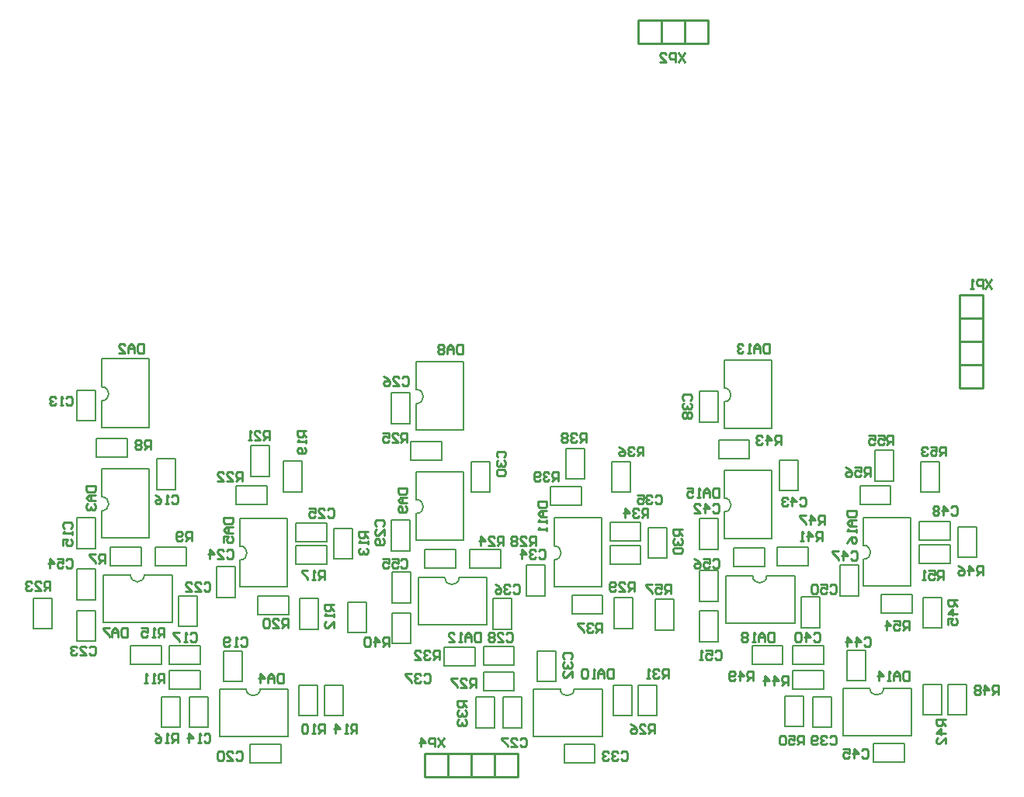
<source format=gbo>
G04 Layer_Color=32896*
%FSAX44Y44*%
%MOMM*%
G71*
G01*
G75*
%ADD24C,0.2500*%
%ADD25C,0.2000*%
%ADD26C,0.2540*%
D24*
X00868335Y00323331D02*
X00870002Y00324997D01*
X00873334D01*
X00875000Y00323331D01*
Y00316666D01*
X00873334Y00315000D01*
X00870002D01*
X00868335Y00316666D01*
X00858339Y00324997D02*
X00865003D01*
Y00319998D01*
X00861671Y00321665D01*
X00860005D01*
X00858339Y00319998D01*
Y00316666D01*
X00860005Y00315000D01*
X00863337D01*
X00865003Y00316666D01*
X00848342Y00324997D02*
X00851674Y00323331D01*
X00855006Y00319998D01*
Y00316666D01*
X00853340Y00315000D01*
X00850008D01*
X00848342Y00316666D01*
Y00318332D01*
X00850008Y00319998D01*
X00855006D01*
X00528335Y00323331D02*
X00530002Y00324997D01*
X00533334D01*
X00535000Y00323331D01*
Y00316666D01*
X00533334Y00315000D01*
X00530002D01*
X00528335Y00316666D01*
X00518339Y00324997D02*
X00525003D01*
Y00319998D01*
X00521671Y00321665D01*
X00520005D01*
X00518339Y00319998D01*
Y00316666D01*
X00520005Y00315000D01*
X00523337D01*
X00525003Y00316666D01*
X00508342Y00324997D02*
X00515006D01*
Y00319998D01*
X00511674Y00321665D01*
X00510008D01*
X00508342Y00319998D01*
Y00316666D01*
X00510008Y00315000D01*
X00513340D01*
X00515006Y00316666D01*
X00163335Y00323331D02*
X00165002Y00324997D01*
X00168334D01*
X00170000Y00323331D01*
Y00316666D01*
X00168334Y00315000D01*
X00165002D01*
X00163335Y00316666D01*
X00153339Y00324997D02*
X00160003D01*
Y00319998D01*
X00156671Y00321665D01*
X00155005D01*
X00153339Y00319998D01*
Y00316666D01*
X00155005Y00315000D01*
X00158337D01*
X00160003Y00316666D01*
X00145008Y00315000D02*
Y00324997D01*
X00150006Y00319998D01*
X00143342D01*
X00575000Y00129997D02*
X00568335Y00120000D01*
Y00129997D02*
X00575000Y00120000D01*
X00565003D02*
Y00129997D01*
X00560005D01*
X00558339Y00128331D01*
Y00124998D01*
X00560005Y00123332D01*
X00565003D01*
X00550008Y00120000D02*
Y00129997D01*
X00555006Y00124998D01*
X00548342D01*
X00837500Y00877497D02*
X00830835Y00867500D01*
Y00877497D02*
X00837500Y00867500D01*
X00827503D02*
Y00877497D01*
X00822505D01*
X00820839Y00875831D01*
Y00872498D01*
X00822505Y00870832D01*
X00827503D01*
X00810842Y00867500D02*
X00817506D01*
X00810842Y00874165D01*
Y00875831D01*
X00812508Y00877497D01*
X00815840D01*
X00817506Y00875831D01*
X01172500Y00629997D02*
X01165835Y00620000D01*
Y00629997D02*
X01172500Y00620000D01*
X01162503D02*
Y00629997D01*
X01157505D01*
X01155839Y00628331D01*
Y00624998D01*
X01157505Y00623332D01*
X01162503D01*
X01152506Y00620000D02*
X01149174D01*
X01150840D01*
Y00629997D01*
X01152506Y00628331D01*
X00822500Y00287500D02*
Y00297497D01*
X00817502D01*
X00815835Y00295831D01*
Y00292498D01*
X00817502Y00290832D01*
X00822500D01*
X00819168D02*
X00815835Y00287500D01*
X00805839Y00297497D02*
X00812503D01*
Y00292498D01*
X00809171Y00294165D01*
X00807505D01*
X00805839Y00292498D01*
Y00289166D01*
X00807505Y00287500D01*
X00810837D01*
X00812503Y00289166D01*
X00802506Y00297497D02*
X00795842D01*
Y00295831D01*
X00802506Y00289166D01*
Y00287500D01*
X01040000Y00415000D02*
Y00424997D01*
X01035002D01*
X01033335Y00423331D01*
Y00419998D01*
X01035002Y00418332D01*
X01040000D01*
X01036668D02*
X01033335Y00415000D01*
X01023339Y00424997D02*
X01030003D01*
Y00419998D01*
X01026671Y00421665D01*
X01025005D01*
X01023339Y00419998D01*
Y00416666D01*
X01025005Y00415000D01*
X01028337D01*
X01030003Y00416666D01*
X01013342Y00424997D02*
X01016674Y00423331D01*
X01020006Y00419998D01*
Y00416666D01*
X01018340Y00415000D01*
X01015008D01*
X01013342Y00416666D01*
Y00418332D01*
X01015008Y00419998D01*
X01020006D01*
X01065000Y00450000D02*
Y00459997D01*
X01060002D01*
X01058335Y00458331D01*
Y00454998D01*
X01060002Y00453332D01*
X01065000D01*
X01061668D02*
X01058335Y00450000D01*
X01048339Y00459997D02*
X01055003D01*
Y00454998D01*
X01051671Y00456665D01*
X01050005D01*
X01048339Y00454998D01*
Y00451666D01*
X01050005Y00450000D01*
X01053337D01*
X01055003Y00451666D01*
X01038342Y00459997D02*
X01045006D01*
Y00454998D01*
X01041674Y00456665D01*
X01040008D01*
X01038342Y00454998D01*
Y00451666D01*
X01040008Y00450000D01*
X01043340D01*
X01045006Y00451666D01*
X01082500Y00247500D02*
Y00257497D01*
X01077502D01*
X01075835Y00255831D01*
Y00252498D01*
X01077502Y00250832D01*
X01082500D01*
X01079168D02*
X01075835Y00247500D01*
X01065839Y00257497D02*
X01072503D01*
Y00252498D01*
X01069171Y00254165D01*
X01067505D01*
X01065839Y00252498D01*
Y00249166D01*
X01067505Y00247500D01*
X01070837D01*
X01072503Y00249166D01*
X01057508Y00247500D02*
Y00257497D01*
X01062506Y00252498D01*
X01055842D01*
X01122500Y00437500D02*
Y00447497D01*
X01117502D01*
X01115835Y00445831D01*
Y00442498D01*
X01117502Y00440832D01*
X01122500D01*
X01119168D02*
X01115835Y00437500D01*
X01105839Y00447497D02*
X01112503D01*
Y00442498D01*
X01109171Y00444165D01*
X01107505D01*
X01105839Y00442498D01*
Y00439166D01*
X01107505Y00437500D01*
X01110837D01*
X01112503Y00439166D01*
X01102506Y00445831D02*
X01100840Y00447497D01*
X01097508D01*
X01095842Y00445831D01*
Y00444165D01*
X01097508Y00442498D01*
X01099174D01*
X01097508D01*
X01095842Y00440832D01*
Y00439166D01*
X01097508Y00437500D01*
X01100840D01*
X01102506Y00439166D01*
X01120000Y00302500D02*
Y00312497D01*
X01115002D01*
X01113335Y00310831D01*
Y00307498D01*
X01115002Y00305832D01*
X01120000D01*
X01116668D02*
X01113335Y00302500D01*
X01103339Y00312497D02*
X01110003D01*
Y00307498D01*
X01106671Y00309165D01*
X01105005D01*
X01103339Y00307498D01*
Y00304166D01*
X01105005Y00302500D01*
X01108337D01*
X01110003Y00304166D01*
X01100006Y00302500D02*
X01096674D01*
X01098340D01*
Y00312497D01*
X01100006Y00310831D01*
X00967500Y00122500D02*
Y00132497D01*
X00962502D01*
X00960835Y00130831D01*
Y00127498D01*
X00962502Y00125832D01*
X00967500D01*
X00964168D02*
X00960835Y00122500D01*
X00950839Y00132497D02*
X00957503D01*
Y00127498D01*
X00954171Y00129164D01*
X00952505D01*
X00950839Y00127498D01*
Y00124166D01*
X00952505Y00122500D01*
X00955837D01*
X00957503Y00124166D01*
X00947506Y00130831D02*
X00945840Y00132497D01*
X00942508D01*
X00940842Y00130831D01*
Y00124166D01*
X00942508Y00122500D01*
X00945840D01*
X00947506Y00124166D01*
Y00130831D01*
X00912500Y00192500D02*
Y00202497D01*
X00907502D01*
X00905835Y00200831D01*
Y00197498D01*
X00907502Y00195832D01*
X00912500D01*
X00909168D02*
X00905835Y00192500D01*
X00897505D02*
Y00202497D01*
X00902503Y00197498D01*
X00895839D01*
X00892506Y00194166D02*
X00890840Y00192500D01*
X00887508D01*
X00885842Y00194166D01*
Y00200831D01*
X00887508Y00202497D01*
X00890840D01*
X00892506Y00200831D01*
Y00199165D01*
X00890840Y00197498D01*
X00885842D01*
X01180000Y00177500D02*
Y00187497D01*
X01175002D01*
X01173335Y00185831D01*
Y00182498D01*
X01175002Y00180832D01*
X01180000D01*
X01176668D02*
X01173335Y00177500D01*
X01165005D02*
Y00187497D01*
X01170003Y00182498D01*
X01163339D01*
X01160006Y00185831D02*
X01158340Y00187497D01*
X01155008D01*
X01153342Y00185831D01*
Y00184165D01*
X01155008Y00182498D01*
X01153342Y00180832D01*
Y00179166D01*
X01155008Y00177500D01*
X01158340D01*
X01160006Y00179166D01*
Y00180832D01*
X01158340Y00182498D01*
X01160006Y00184165D01*
Y00185831D01*
X01158340Y00182498D02*
X01155008D01*
X00990000Y00362500D02*
Y00372497D01*
X00985002D01*
X00983335Y00370831D01*
Y00367498D01*
X00985002Y00365832D01*
X00990000D01*
X00986668D02*
X00983335Y00362500D01*
X00975005D02*
Y00372497D01*
X00980003Y00367498D01*
X00973339D01*
X00970006Y00372497D02*
X00963342D01*
Y00370831D01*
X00970006Y00364166D01*
Y00362500D01*
X01162500Y00307500D02*
Y00317497D01*
X01157502D01*
X01155835Y00315831D01*
Y00312498D01*
X01157502Y00310832D01*
X01162500D01*
X01159168D02*
X01155835Y00307500D01*
X01147505D02*
Y00317497D01*
X01152503Y00312498D01*
X01145839D01*
X01135842Y00317497D02*
X01139174Y00315831D01*
X01142506Y00312498D01*
Y00309166D01*
X01140840Y00307500D01*
X01137508D01*
X01135842Y00309166D01*
Y00310832D01*
X01137508Y00312498D01*
X01142506D01*
X01135000Y00280000D02*
X01125003D01*
Y00275002D01*
X01126669Y00273335D01*
X01130002D01*
X01131668Y00275002D01*
Y00280000D01*
Y00276668D02*
X01135000Y00273335D01*
Y00265005D02*
X01125003D01*
X01130002Y00270003D01*
Y00263339D01*
X01125003Y00253342D02*
Y00260006D01*
X01130002D01*
X01128335Y00256674D01*
Y00255008D01*
X01130002Y00253342D01*
X01133334D01*
X01135000Y00255008D01*
Y00258340D01*
X01133334Y00260006D01*
X00950000Y00187500D02*
Y00197497D01*
X00945002D01*
X00943335Y00195831D01*
Y00192498D01*
X00945002Y00190832D01*
X00950000D01*
X00946668D02*
X00943335Y00187500D01*
X00935005D02*
Y00197497D01*
X00940003Y00192498D01*
X00933339D01*
X00925008Y00187500D02*
Y00197497D01*
X00930006Y00192498D01*
X00923342D01*
X00942500Y00450000D02*
Y00459997D01*
X00937502D01*
X00935835Y00458331D01*
Y00454998D01*
X00937502Y00453332D01*
X00942500D01*
X00939168D02*
X00935835Y00450000D01*
X00927505D02*
Y00459997D01*
X00932503Y00454998D01*
X00925839D01*
X00922506Y00458331D02*
X00920840Y00459997D01*
X00917508D01*
X00915842Y00458331D01*
Y00456665D01*
X00917508Y00454998D01*
X00919174D01*
X00917508D01*
X00915842Y00453332D01*
Y00451666D01*
X00917508Y00450000D01*
X00920840D01*
X00922506Y00451666D01*
X01122500Y00150000D02*
X01112503D01*
Y00145002D01*
X01114169Y00143336D01*
X01117502D01*
X01119168Y00145002D01*
Y00150000D01*
Y00146668D02*
X01122500Y00143336D01*
Y00135005D02*
X01112503D01*
X01117502Y00140003D01*
Y00133339D01*
X01122500Y00123342D02*
Y00130006D01*
X01115835Y00123342D01*
X01114169D01*
X01112503Y00125008D01*
Y00128340D01*
X01114169Y00130006D01*
X00987500Y00345000D02*
Y00354997D01*
X00982502D01*
X00980835Y00353331D01*
Y00349998D01*
X00982502Y00348332D01*
X00987500D01*
X00984168D02*
X00980835Y00345000D01*
X00972505D02*
Y00354997D01*
X00977503Y00349998D01*
X00970839D01*
X00967506Y00345000D02*
X00964174D01*
X00965840D01*
Y00354997D01*
X00967506Y00353331D01*
X00515000Y00230000D02*
Y00239997D01*
X00510002D01*
X00508335Y00238331D01*
Y00234998D01*
X00510002Y00233332D01*
X00515000D01*
X00511668D02*
X00508335Y00230000D01*
X00500005D02*
Y00239997D01*
X00505003Y00234998D01*
X00498339D01*
X00495006Y00238331D02*
X00493340Y00239997D01*
X00490008D01*
X00488342Y00238331D01*
Y00231666D01*
X00490008Y00230000D01*
X00493340D01*
X00495006Y00231666D01*
Y00238331D01*
X00700000Y00410000D02*
Y00419997D01*
X00695002D01*
X00693335Y00418331D01*
Y00414998D01*
X00695002Y00413332D01*
X00700000D01*
X00696668D02*
X00693335Y00410000D01*
X00690003Y00418331D02*
X00688337Y00419997D01*
X00685005D01*
X00683339Y00418331D01*
Y00416665D01*
X00685005Y00414998D01*
X00686671D01*
X00685005D01*
X00683339Y00413332D01*
Y00411666D01*
X00685005Y00410000D01*
X00688337D01*
X00690003Y00411666D01*
X00680006D02*
X00678340Y00410000D01*
X00675008D01*
X00673342Y00411666D01*
Y00418331D01*
X00675008Y00419997D01*
X00678340D01*
X00680006Y00418331D01*
Y00416665D01*
X00678340Y00414998D01*
X00673342D01*
X00730000Y00452500D02*
Y00462497D01*
X00725002D01*
X00723335Y00460831D01*
Y00457498D01*
X00725002Y00455832D01*
X00730000D01*
X00726668D02*
X00723335Y00452500D01*
X00720003Y00460831D02*
X00718337Y00462497D01*
X00715005D01*
X00713339Y00460831D01*
Y00459165D01*
X00715005Y00457498D01*
X00716671D01*
X00715005D01*
X00713339Y00455832D01*
Y00454166D01*
X00715005Y00452500D01*
X00718337D01*
X00720003Y00454166D01*
X00710006Y00460831D02*
X00708340Y00462497D01*
X00705008D01*
X00703342Y00460831D01*
Y00459165D01*
X00705008Y00457498D01*
X00703342Y00455832D01*
Y00454166D01*
X00705008Y00452500D01*
X00708340D01*
X00710006Y00454166D01*
Y00455832D01*
X00708340Y00457498D01*
X00710006Y00459165D01*
Y00460831D01*
X00708340Y00457498D02*
X00705008D01*
X00747500Y00245000D02*
Y00254997D01*
X00742502D01*
X00740835Y00253331D01*
Y00249998D01*
X00742502Y00248332D01*
X00747500D01*
X00744168D02*
X00740835Y00245000D01*
X00737503Y00253331D02*
X00735837Y00254997D01*
X00732505D01*
X00730839Y00253331D01*
Y00251665D01*
X00732505Y00249998D01*
X00734171D01*
X00732505D01*
X00730839Y00248332D01*
Y00246666D01*
X00732505Y00245000D01*
X00735837D01*
X00737503Y00246666D01*
X00727506Y00254997D02*
X00720842D01*
Y00253331D01*
X00727506Y00246666D01*
Y00245000D01*
X00792500Y00437500D02*
Y00447497D01*
X00787502D01*
X00785835Y00445831D01*
Y00442498D01*
X00787502Y00440832D01*
X00792500D01*
X00789168D02*
X00785835Y00437500D01*
X00782503Y00445831D02*
X00780837Y00447497D01*
X00777505D01*
X00775839Y00445831D01*
Y00444165D01*
X00777505Y00442498D01*
X00779171D01*
X00777505D01*
X00775839Y00440832D01*
Y00439166D01*
X00777505Y00437500D01*
X00780837D01*
X00782503Y00439166D01*
X00765842Y00447497D02*
X00769174Y00445831D01*
X00772506Y00442498D01*
Y00439166D01*
X00770840Y00437500D01*
X00767508D01*
X00765842Y00439166D01*
Y00440832D01*
X00767508Y00442498D01*
X00772506D01*
X00797500Y00370000D02*
Y00379997D01*
X00792502D01*
X00790835Y00378331D01*
Y00374998D01*
X00792502Y00373332D01*
X00797500D01*
X00794168D02*
X00790835Y00370000D01*
X00787503Y00378331D02*
X00785837Y00379997D01*
X00782505D01*
X00780839Y00378331D01*
Y00376665D01*
X00782505Y00374998D01*
X00784171D01*
X00782505D01*
X00780839Y00373332D01*
Y00371666D01*
X00782505Y00370000D01*
X00785837D01*
X00787503Y00371666D01*
X00772508Y00370000D02*
Y00379997D01*
X00777506Y00374998D01*
X00770842D01*
X00600000Y00170000D02*
X00590003D01*
Y00165002D01*
X00591669Y00163335D01*
X00595002D01*
X00596668Y00165002D01*
Y00170000D01*
Y00166668D02*
X00600000Y00163335D01*
X00591669Y00160003D02*
X00590003Y00158337D01*
Y00155005D01*
X00591669Y00153339D01*
X00593335D01*
X00595002Y00155005D01*
Y00156671D01*
Y00155005D01*
X00596668Y00153339D01*
X00598334D01*
X00600000Y00155005D01*
Y00158337D01*
X00598334Y00160003D01*
X00591669Y00150006D02*
X00590003Y00148340D01*
Y00145008D01*
X00591669Y00143342D01*
X00593335D01*
X00595002Y00145008D01*
Y00146674D01*
Y00145008D01*
X00596668Y00143342D01*
X00598334D01*
X00600000Y00145008D01*
Y00148340D01*
X00598334Y00150006D01*
X00570000Y00215000D02*
Y00224997D01*
X00565002D01*
X00563335Y00223331D01*
Y00219998D01*
X00565002Y00218332D01*
X00570000D01*
X00566668D02*
X00563335Y00215000D01*
X00560003Y00223331D02*
X00558337Y00224997D01*
X00555005D01*
X00553339Y00223331D01*
Y00221665D01*
X00555005Y00219998D01*
X00556671D01*
X00555005D01*
X00553339Y00218332D01*
Y00216666D01*
X00555005Y00215000D01*
X00558337D01*
X00560003Y00216666D01*
X00543342Y00215000D02*
X00550006D01*
X00543342Y00221665D01*
Y00223331D01*
X00545008Y00224997D01*
X00548340D01*
X00550006Y00223331D01*
X00820000Y00195000D02*
Y00204997D01*
X00815002D01*
X00813335Y00203331D01*
Y00199998D01*
X00815002Y00198332D01*
X00820000D01*
X00816668D02*
X00813335Y00195000D01*
X00810003Y00203331D02*
X00808337Y00204997D01*
X00805005D01*
X00803339Y00203331D01*
Y00201665D01*
X00805005Y00199998D01*
X00806671D01*
X00805005D01*
X00803339Y00198332D01*
Y00196666D01*
X00805005Y00195000D01*
X00808337D01*
X00810003Y00196666D01*
X00800006Y00195000D02*
X00796674D01*
X00798340D01*
Y00204997D01*
X00800006Y00203331D01*
X00835000Y00357500D02*
X00825003D01*
Y00352502D01*
X00826669Y00350835D01*
X00830002D01*
X00831668Y00352502D01*
Y00357500D01*
Y00354168D02*
X00835000Y00350835D01*
X00826669Y00347503D02*
X00825003Y00345837D01*
Y00342505D01*
X00826669Y00340839D01*
X00828335D01*
X00830002Y00342505D01*
Y00344171D01*
Y00342505D01*
X00831668Y00340839D01*
X00833334D01*
X00835000Y00342505D01*
Y00345837D01*
X00833334Y00347503D01*
X00826669Y00337506D02*
X00825003Y00335840D01*
Y00332508D01*
X00826669Y00330842D01*
X00833334D01*
X00835000Y00332508D01*
Y00335840D01*
X00833334Y00337506D01*
X00826669D01*
X00782500Y00290000D02*
Y00299997D01*
X00777502D01*
X00775835Y00298331D01*
Y00294998D01*
X00777502Y00293332D01*
X00782500D01*
X00779168D02*
X00775835Y00290000D01*
X00765839D02*
X00772503D01*
X00765839Y00296665D01*
Y00298331D01*
X00767505Y00299997D01*
X00770837D01*
X00772503Y00298331D01*
X00762506Y00291666D02*
X00760840Y00290000D01*
X00757508D01*
X00755842Y00291666D01*
Y00298331D01*
X00757508Y00299997D01*
X00760840D01*
X00762506Y00298331D01*
Y00296665D01*
X00760840Y00294998D01*
X00755842D01*
X00675000Y00340000D02*
Y00349997D01*
X00670002D01*
X00668335Y00348331D01*
Y00344998D01*
X00670002Y00343332D01*
X00675000D01*
X00671668D02*
X00668335Y00340000D01*
X00658339D02*
X00665003D01*
X00658339Y00346665D01*
Y00348331D01*
X00660005Y00349997D01*
X00663337D01*
X00665003Y00348331D01*
X00655006D02*
X00653340Y00349997D01*
X00650008D01*
X00648342Y00348331D01*
Y00346665D01*
X00650008Y00344998D01*
X00648342Y00343332D01*
Y00341666D01*
X00650008Y00340000D01*
X00653340D01*
X00655006Y00341666D01*
Y00343332D01*
X00653340Y00344998D01*
X00655006Y00346665D01*
Y00348331D01*
X00653340Y00344998D02*
X00650008D01*
X00610000Y00185000D02*
Y00194997D01*
X00605002D01*
X00603335Y00193331D01*
Y00189998D01*
X00605002Y00188332D01*
X00610000D01*
X00606668D02*
X00603335Y00185000D01*
X00593339D02*
X00600003D01*
X00593339Y00191665D01*
Y00193331D01*
X00595005Y00194997D01*
X00598337D01*
X00600003Y00193331D01*
X00590006Y00194997D02*
X00583342D01*
Y00193331D01*
X00590006Y00186666D01*
Y00185000D01*
X00805000Y00135000D02*
Y00144997D01*
X00800002D01*
X00798335Y00143331D01*
Y00139998D01*
X00800002Y00138332D01*
X00805000D01*
X00801668D02*
X00798335Y00135000D01*
X00788339D02*
X00795003D01*
X00788339Y00141664D01*
Y00143331D01*
X00790005Y00144997D01*
X00793337D01*
X00795003Y00143331D01*
X00778342Y00144997D02*
X00781674Y00143331D01*
X00785006Y00139998D01*
Y00136666D01*
X00783340Y00135000D01*
X00780008D01*
X00778342Y00136666D01*
Y00138332D01*
X00780008Y00139998D01*
X00785006D01*
X00535000Y00452500D02*
Y00462497D01*
X00530002D01*
X00528335Y00460831D01*
Y00457498D01*
X00530002Y00455832D01*
X00535000D01*
X00531668D02*
X00528335Y00452500D01*
X00518339D02*
X00525003D01*
X00518339Y00459165D01*
Y00460831D01*
X00520005Y00462497D01*
X00523337D01*
X00525003Y00460831D01*
X00508342Y00462497D02*
X00515006D01*
Y00457498D01*
X00511674Y00459165D01*
X00510008D01*
X00508342Y00457498D01*
Y00454166D01*
X00510008Y00452500D01*
X00513340D01*
X00515006Y00454166D01*
X00640000Y00340000D02*
Y00349997D01*
X00635002D01*
X00633335Y00348331D01*
Y00344998D01*
X00635002Y00343332D01*
X00640000D01*
X00636668D02*
X00633335Y00340000D01*
X00623339D02*
X00630003D01*
X00623339Y00346665D01*
Y00348331D01*
X00625005Y00349997D01*
X00628337D01*
X00630003Y00348331D01*
X00615008Y00340000D02*
Y00349997D01*
X00620006Y00344998D01*
X00613342D01*
X00145542Y00290576D02*
Y00300573D01*
X00140544D01*
X00138877Y00298907D01*
Y00295574D01*
X00140544Y00293908D01*
X00145542D01*
X00142210D02*
X00138877Y00290576D01*
X00128881D02*
X00135545D01*
X00128881Y00297241D01*
Y00298907D01*
X00130547Y00300573D01*
X00133879D01*
X00135545Y00298907D01*
X00125548D02*
X00123882Y00300573D01*
X00120550D01*
X00118884Y00298907D01*
Y00297241D01*
X00120550Y00295574D01*
X00122216D01*
X00120550D01*
X00118884Y00293908D01*
Y00292242D01*
X00120550Y00290576D01*
X00123882D01*
X00125548Y00292242D01*
X00355000Y00410000D02*
Y00419997D01*
X00350002D01*
X00348335Y00418331D01*
Y00414998D01*
X00350002Y00413332D01*
X00355000D01*
X00351668D02*
X00348335Y00410000D01*
X00338339D02*
X00345003D01*
X00338339Y00416665D01*
Y00418331D01*
X00340005Y00419997D01*
X00343337D01*
X00345003Y00418331D01*
X00328342Y00410000D02*
X00335006D01*
X00328342Y00416665D01*
Y00418331D01*
X00330008Y00419997D01*
X00333340D01*
X00335006Y00418331D01*
X00385000Y00455000D02*
Y00464997D01*
X00380002D01*
X00378335Y00463331D01*
Y00459998D01*
X00380002Y00458332D01*
X00385000D01*
X00381668D02*
X00378335Y00455000D01*
X00368339D02*
X00375003D01*
X00368339Y00461665D01*
Y00463331D01*
X00370005Y00464997D01*
X00373337D01*
X00375003Y00463331D01*
X00365006Y00455000D02*
X00361674D01*
X00363340D01*
Y00464997D01*
X00365006Y00463331D01*
X00405000Y00250000D02*
Y00259997D01*
X00400002D01*
X00398335Y00258331D01*
Y00254998D01*
X00400002Y00253332D01*
X00405000D01*
X00401668D02*
X00398335Y00250000D01*
X00388339D02*
X00395003D01*
X00388339Y00256665D01*
Y00258331D01*
X00390005Y00259997D01*
X00393337D01*
X00395003Y00258331D01*
X00385006D02*
X00383340Y00259997D01*
X00380008D01*
X00378342Y00258331D01*
Y00251666D01*
X00380008Y00250000D01*
X00383340D01*
X00385006Y00251666D01*
Y00258331D01*
X00425000Y00465000D02*
X00415003D01*
Y00460002D01*
X00416669Y00458335D01*
X00420002D01*
X00421668Y00460002D01*
Y00465000D01*
Y00461668D02*
X00425000Y00458335D01*
Y00455003D02*
Y00451671D01*
Y00453337D01*
X00415003D01*
X00416669Y00455003D01*
X00423334Y00446673D02*
X00425000Y00445006D01*
Y00441674D01*
X00423334Y00440008D01*
X00416669D01*
X00415003Y00441674D01*
Y00445006D01*
X00416669Y00446673D01*
X00418335D01*
X00420002Y00445006D01*
Y00440008D01*
X00445000Y00302500D02*
Y00312497D01*
X00440002D01*
X00438335Y00310831D01*
Y00307498D01*
X00440002Y00305832D01*
X00445000D01*
X00441668D02*
X00438335Y00302500D01*
X00435003D02*
X00431671D01*
X00433337D01*
Y00312497D01*
X00435003Y00310831D01*
X00426673Y00312497D02*
X00420008D01*
Y00310831D01*
X00426673Y00304166D01*
Y00302500D01*
X00285000Y00125000D02*
Y00134997D01*
X00280002D01*
X00278335Y00133331D01*
Y00129998D01*
X00280002Y00128332D01*
X00285000D01*
X00281668D02*
X00278335Y00125000D01*
X00275003D02*
X00271671D01*
X00273337D01*
Y00134997D01*
X00275003Y00133331D01*
X00260008Y00134997D02*
X00263340Y00133331D01*
X00266673Y00129998D01*
Y00126666D01*
X00265006Y00125000D01*
X00261674D01*
X00260008Y00126666D01*
Y00128332D01*
X00261674Y00129998D01*
X00266673D01*
X00270000Y00240000D02*
Y00249997D01*
X00265002D01*
X00263335Y00248331D01*
Y00244998D01*
X00265002Y00243332D01*
X00270000D01*
X00266668D02*
X00263335Y00240000D01*
X00260003D02*
X00256671D01*
X00258337D01*
Y00249997D01*
X00260003Y00248331D01*
X00245008Y00249997D02*
X00251673D01*
Y00244998D01*
X00248340Y00246665D01*
X00246674D01*
X00245008Y00244998D01*
Y00241666D01*
X00246674Y00240000D01*
X00250006D01*
X00251673Y00241666D01*
X00480000Y00135000D02*
Y00144997D01*
X00475002D01*
X00473335Y00143331D01*
Y00139998D01*
X00475002Y00138332D01*
X00480000D01*
X00476668D02*
X00473335Y00135000D01*
X00470003D02*
X00466671D01*
X00468337D01*
Y00144997D01*
X00470003Y00143331D01*
X00456674Y00135000D02*
Y00144997D01*
X00461673Y00139998D01*
X00455008D01*
X00492500Y00355000D02*
X00482503D01*
Y00350002D01*
X00484169Y00348335D01*
X00487502D01*
X00489168Y00350002D01*
Y00355000D01*
Y00351668D02*
X00492500Y00348335D01*
Y00345003D02*
Y00341671D01*
Y00343337D01*
X00482503D01*
X00484169Y00345003D01*
Y00336673D02*
X00482503Y00335006D01*
Y00331674D01*
X00484169Y00330008D01*
X00485835D01*
X00487502Y00331674D01*
Y00333340D01*
Y00331674D01*
X00489168Y00330008D01*
X00490834D01*
X00492500Y00331674D01*
Y00335006D01*
X00490834Y00336673D01*
X00455000Y00275000D02*
X00445003D01*
Y00270002D01*
X00446669Y00268335D01*
X00450002D01*
X00451668Y00270002D01*
Y00275000D01*
Y00271668D02*
X00455000Y00268335D01*
Y00265003D02*
Y00261671D01*
Y00263337D01*
X00445003D01*
X00446669Y00265003D01*
X00455000Y00250008D02*
Y00256673D01*
X00448335Y00250008D01*
X00446669D01*
X00445003Y00251674D01*
Y00255006D01*
X00446669Y00256673D01*
X00270000Y00190000D02*
Y00199997D01*
X00265002D01*
X00263335Y00198331D01*
Y00194998D01*
X00265002Y00193332D01*
X00270000D01*
X00266668D02*
X00263335Y00190000D01*
X00260003D02*
X00256671D01*
X00258337D01*
Y00199997D01*
X00260003Y00198331D01*
X00251673Y00190000D02*
X00248340D01*
X00250006D01*
Y00199997D01*
X00251673Y00198331D01*
X00445000Y00135000D02*
Y00144997D01*
X00440002D01*
X00438335Y00143331D01*
Y00139998D01*
X00440002Y00138332D01*
X00445000D01*
X00441668D02*
X00438335Y00135000D01*
X00435003D02*
X00431671D01*
X00433337D01*
Y00144997D01*
X00435003Y00143331D01*
X00426673D02*
X00425006Y00144997D01*
X00421674D01*
X00420008Y00143331D01*
Y00136666D01*
X00421674Y00135000D01*
X00425006D01*
X00426673Y00136666D01*
Y00143331D01*
X00300000Y00345000D02*
Y00354997D01*
X00295002D01*
X00293335Y00353331D01*
Y00349998D01*
X00295002Y00348332D01*
X00300000D01*
X00296668D02*
X00293335Y00345000D01*
X00290003Y00346666D02*
X00288337Y00345000D01*
X00285005D01*
X00283339Y00346666D01*
Y00353331D01*
X00285005Y00354997D01*
X00288337D01*
X00290003Y00353331D01*
Y00351665D01*
X00288337Y00349998D01*
X00283339D01*
X00255000Y00445000D02*
Y00454997D01*
X00250002D01*
X00248335Y00453331D01*
Y00449998D01*
X00250002Y00448332D01*
X00255000D01*
X00251668D02*
X00248335Y00445000D01*
X00245003Y00453331D02*
X00243337Y00454997D01*
X00240005D01*
X00238339Y00453331D01*
Y00451665D01*
X00240005Y00449998D01*
X00238339Y00448332D01*
Y00446666D01*
X00240005Y00445000D01*
X00243337D01*
X00245003Y00446666D01*
Y00448332D01*
X00243337Y00449998D01*
X00245003Y00451665D01*
Y00453331D01*
X00243337Y00449998D02*
X00240005D01*
X00205000Y00320000D02*
Y00329997D01*
X00200002D01*
X00198335Y00328331D01*
Y00324998D01*
X00200002Y00323332D01*
X00205000D01*
X00201668D02*
X00198335Y00320000D01*
X00195003Y00329997D02*
X00188339D01*
Y00328331D01*
X00195003Y00321666D01*
Y00320000D01*
X00935000Y00244997D02*
Y00235000D01*
X00930002D01*
X00928335Y00236666D01*
Y00243331D01*
X00930002Y00244997D01*
X00935000D01*
X00925003Y00235000D02*
Y00241665D01*
X00921671Y00244997D01*
X00918339Y00241665D01*
Y00235000D01*
Y00239998D01*
X00925003D01*
X00915006Y00235000D02*
X00911674D01*
X00913340D01*
Y00244997D01*
X00915006Y00243331D01*
X00906676D02*
X00905010Y00244997D01*
X00901677D01*
X00900011Y00243331D01*
Y00241665D01*
X00901677Y00239998D01*
X00900011Y00238332D01*
Y00236666D01*
X00901677Y00235000D01*
X00905010D01*
X00906676Y00236666D01*
Y00238332D01*
X00905010Y00239998D01*
X00906676Y00241665D01*
Y00243331D01*
X00905010Y00239998D02*
X00901677D01*
X01015003Y00377500D02*
X01025000D01*
Y00372502D01*
X01023334Y00370835D01*
X01016669D01*
X01015003Y00372502D01*
Y00377500D01*
X01025000Y00367503D02*
X01018335D01*
X01015003Y00364171D01*
X01018335Y00360839D01*
X01025000D01*
X01020002D01*
Y00367503D01*
X01025000Y00357506D02*
Y00354174D01*
Y00355840D01*
X01015003D01*
X01016669Y00357506D01*
X01015003Y00342511D02*
X01016669Y00345844D01*
X01020002Y00349176D01*
X01023334D01*
X01025000Y00347510D01*
Y00344177D01*
X01023334Y00342511D01*
X01021668D01*
X01020002Y00344177D01*
Y00349176D01*
X00875000Y00402497D02*
Y00392500D01*
X00870002D01*
X00868335Y00394166D01*
Y00400831D01*
X00870002Y00402497D01*
X00875000D01*
X00865003Y00392500D02*
Y00399165D01*
X00861671Y00402497D01*
X00858339Y00399165D01*
Y00392500D01*
Y00397498D01*
X00865003D01*
X00855006Y00392500D02*
X00851674D01*
X00853340D01*
Y00402497D01*
X00855006Y00400831D01*
X00840011Y00402497D02*
X00846676D01*
Y00397498D01*
X00843344Y00399165D01*
X00841677D01*
X00840011Y00397498D01*
Y00394166D01*
X00841677Y00392500D01*
X00845010D01*
X00846676Y00394166D01*
X01082500Y00202497D02*
Y00192500D01*
X01077502D01*
X01075835Y00194166D01*
Y00200831D01*
X01077502Y00202497D01*
X01082500D01*
X01072503Y00192500D02*
Y00199165D01*
X01069171Y00202497D01*
X01065839Y00199165D01*
Y00192500D01*
Y00197498D01*
X01072503D01*
X01062506Y00192500D02*
X01059174D01*
X01060840D01*
Y00202497D01*
X01062506Y00200831D01*
X01049177Y00192500D02*
Y00202497D01*
X01054176Y00197498D01*
X01047511D01*
X00930000Y00559997D02*
Y00550000D01*
X00925002D01*
X00923335Y00551666D01*
Y00558331D01*
X00925002Y00559997D01*
X00930000D01*
X00920003Y00550000D02*
Y00556665D01*
X00916671Y00559997D01*
X00913339Y00556665D01*
Y00550000D01*
Y00554998D01*
X00920003D01*
X00910006Y00550000D02*
X00906674D01*
X00908340D01*
Y00559997D01*
X00910006Y00558331D01*
X00901676D02*
X00900010Y00559997D01*
X00896677D01*
X00895011Y00558331D01*
Y00556665D01*
X00896677Y00554998D01*
X00898344D01*
X00896677D01*
X00895011Y00553332D01*
Y00551666D01*
X00896677Y00550000D01*
X00900010D01*
X00901676Y00551666D01*
X00615000Y00244997D02*
Y00235000D01*
X00610002D01*
X00608335Y00236666D01*
Y00243331D01*
X00610002Y00244997D01*
X00615000D01*
X00605003Y00235000D02*
Y00241665D01*
X00601671Y00244997D01*
X00598339Y00241665D01*
Y00235000D01*
Y00239998D01*
X00605003D01*
X00595006Y00235000D02*
X00591674D01*
X00593340D01*
Y00244997D01*
X00595006Y00243331D01*
X00580011Y00235000D02*
X00586676D01*
X00580011Y00241665D01*
Y00243331D01*
X00581677Y00244997D01*
X00585010D01*
X00586676Y00243331D01*
X00677503Y00387500D02*
X00687500D01*
Y00382502D01*
X00685834Y00380835D01*
X00679169D01*
X00677503Y00382502D01*
Y00387500D01*
X00687500Y00377503D02*
X00680835D01*
X00677503Y00374171D01*
X00680835Y00370839D01*
X00687500D01*
X00682502D01*
Y00377503D01*
X00687500Y00367506D02*
Y00364174D01*
Y00365840D01*
X00677503D01*
X00679169Y00367506D01*
X00687500Y00359176D02*
Y00355844D01*
Y00357510D01*
X00677503D01*
X00679169Y00359176D01*
X00760000Y00204997D02*
Y00195000D01*
X00755002D01*
X00753335Y00196666D01*
Y00203331D01*
X00755002Y00204997D01*
X00760000D01*
X00750003Y00195000D02*
Y00201665D01*
X00746671Y00204997D01*
X00743339Y00201665D01*
Y00195000D01*
Y00199998D01*
X00750003D01*
X00740006Y00195000D02*
X00736674D01*
X00738340D01*
Y00204997D01*
X00740006Y00203331D01*
X00731676D02*
X00730010Y00204997D01*
X00726677D01*
X00725011Y00203331D01*
Y00196666D01*
X00726677Y00195000D01*
X00730010D01*
X00731676Y00196666D01*
Y00203331D01*
X00525003Y00402500D02*
X00535000D01*
Y00397502D01*
X00533334Y00395835D01*
X00526669D01*
X00525003Y00397502D01*
Y00402500D01*
X00535000Y00392503D02*
X00528335D01*
X00525003Y00389171D01*
X00528335Y00385839D01*
X00535000D01*
X00530002D01*
Y00392503D01*
X00533334Y00382506D02*
X00535000Y00380840D01*
Y00377508D01*
X00533334Y00375842D01*
X00526669D01*
X00525003Y00377508D01*
Y00380840D01*
X00526669Y00382506D01*
X00528335D01*
X00530002Y00380840D01*
Y00375842D01*
X00595376Y00559145D02*
Y00549148D01*
X00590378D01*
X00588712Y00550814D01*
Y00557479D01*
X00590378Y00559145D01*
X00595376D01*
X00585379Y00549148D02*
Y00555812D01*
X00582047Y00559145D01*
X00578715Y00555812D01*
Y00549148D01*
Y00554146D01*
X00585379D01*
X00575382Y00557479D02*
X00573716Y00559145D01*
X00570384D01*
X00568718Y00557479D01*
Y00555812D01*
X00570384Y00554146D01*
X00568718Y00552480D01*
Y00550814D01*
X00570384Y00549148D01*
X00573716D01*
X00575382Y00550814D01*
Y00552480D01*
X00573716Y00554146D01*
X00575382Y00555812D01*
Y00557479D01*
X00573716Y00554146D02*
X00570384D01*
X00230000Y00249997D02*
Y00240000D01*
X00225002D01*
X00223335Y00241666D01*
Y00248331D01*
X00225002Y00249997D01*
X00230000D01*
X00220003Y00240000D02*
Y00246665D01*
X00216671Y00249997D01*
X00213339Y00246665D01*
Y00240000D01*
Y00244998D01*
X00220003D01*
X00210006Y00249997D02*
X00203342D01*
Y00248331D01*
X00210006Y00241666D01*
Y00240000D01*
X00335003Y00370000D02*
X00345000D01*
Y00365002D01*
X00343334Y00363335D01*
X00336669D01*
X00335003Y00365002D01*
Y00370000D01*
X00345000Y00360003D02*
X00338335D01*
X00335003Y00356671D01*
X00338335Y00353339D01*
X00345000D01*
X00340002D01*
Y00360003D01*
X00335003Y00343342D02*
Y00350006D01*
X00340002D01*
X00338335Y00346674D01*
Y00345008D01*
X00340002Y00343342D01*
X00343334D01*
X00345000Y00345008D01*
Y00348340D01*
X00343334Y00350006D01*
X00400000Y00199997D02*
Y00190000D01*
X00395002D01*
X00393335Y00191666D01*
Y00198331D01*
X00395002Y00199997D01*
X00400000D01*
X00390003Y00190000D02*
Y00196665D01*
X00386671Y00199997D01*
X00383339Y00196665D01*
Y00190000D01*
Y00194998D01*
X00390003D01*
X00375008Y00190000D02*
Y00199997D01*
X00380006Y00194998D01*
X00373342D01*
X00185003Y00405000D02*
X00195000D01*
Y00400002D01*
X00193334Y00398335D01*
X00186669D01*
X00185003Y00400002D01*
Y00405000D01*
X00195000Y00395003D02*
X00188335D01*
X00185003Y00391671D01*
X00188335Y00388339D01*
X00195000D01*
X00190002D01*
Y00395003D01*
X00186669Y00385006D02*
X00185003Y00383340D01*
Y00380008D01*
X00186669Y00378342D01*
X00188335D01*
X00190002Y00380008D01*
Y00381674D01*
Y00380008D01*
X00191668Y00378342D01*
X00193334D01*
X00195000Y00380008D01*
Y00383340D01*
X00193334Y00385006D01*
X00247500Y00559997D02*
Y00550000D01*
X00242502D01*
X00240835Y00551666D01*
Y00558331D01*
X00242502Y00559997D01*
X00247500D01*
X00237503Y00550000D02*
Y00556665D01*
X00234171Y00559997D01*
X00230839Y00556665D01*
Y00550000D01*
Y00554998D01*
X00237503D01*
X00220842Y00550000D02*
X00227506D01*
X00220842Y00556665D01*
Y00558331D01*
X00222508Y00559997D01*
X00225840D01*
X00227506Y00558331D01*
X00870835Y00223331D02*
X00872502Y00224997D01*
X00875834D01*
X00877500Y00223331D01*
Y00216666D01*
X00875834Y00215000D01*
X00872502D01*
X00870835Y00216666D01*
X00860839Y00224997D02*
X00867503D01*
Y00219998D01*
X00864171Y00221665D01*
X00862505D01*
X00860839Y00219998D01*
Y00216666D01*
X00862505Y00215000D01*
X00865837D01*
X00867503Y00216666D01*
X00857506Y00215000D02*
X00854174D01*
X00855840D01*
Y00224997D01*
X00857506Y00223331D01*
X00995835Y00295831D02*
X00997502Y00297497D01*
X01000834D01*
X01002500Y00295831D01*
Y00289166D01*
X01000834Y00287500D01*
X00997502D01*
X00995835Y00289166D01*
X00985839Y00297497D02*
X00992503D01*
Y00292498D01*
X00989171Y00294165D01*
X00987505D01*
X00985839Y00292498D01*
Y00289166D01*
X00987505Y00287500D01*
X00990837D01*
X00992503Y00289166D01*
X00982506Y00295831D02*
X00980840Y00297497D01*
X00977508D01*
X00975842Y00295831D01*
Y00289166D01*
X00977508Y00287500D01*
X00980840D01*
X00982506Y00289166D01*
Y00295831D01*
X01128335Y00380831D02*
X01130002Y00382497D01*
X01133334D01*
X01135000Y00380831D01*
Y00374166D01*
X01133334Y00372500D01*
X01130002D01*
X01128335Y00374166D01*
X01120005Y00372500D02*
Y00382497D01*
X01125003Y00377498D01*
X01118339D01*
X01115006Y00380831D02*
X01113340Y00382497D01*
X01110008D01*
X01108342Y00380831D01*
Y00379165D01*
X01110008Y00377498D01*
X01108342Y00375832D01*
Y00374166D01*
X01110008Y00372500D01*
X01113340D01*
X01115006Y00374166D01*
Y00375832D01*
X01113340Y00377498D01*
X01115006Y00379165D01*
Y00380831D01*
X01113340Y00377498D02*
X01110008D01*
X01018938Y00332127D02*
X01020604Y00333793D01*
X01023936D01*
X01025602Y00332127D01*
Y00325462D01*
X01023936Y00323796D01*
X01020604D01*
X01018938Y00325462D01*
X01010607Y00323796D02*
Y00333793D01*
X01015605Y00328795D01*
X01008941D01*
X01005609Y00333793D02*
X00998944D01*
Y00332127D01*
X01005609Y00325462D01*
Y00323796D01*
X01030835Y00115831D02*
X01032502Y00117497D01*
X01035834D01*
X01037500Y00115831D01*
Y00109166D01*
X01035834Y00107500D01*
X01032502D01*
X01030835Y00109166D01*
X01022505Y00107500D02*
Y00117497D01*
X01027503Y00112498D01*
X01020839D01*
X01010842Y00117497D02*
X01017506D01*
Y00112498D01*
X01014174Y00114164D01*
X01012508D01*
X01010842Y00112498D01*
Y00109166D01*
X01012508Y00107500D01*
X01015840D01*
X01017506Y00109166D01*
X01033335Y00238331D02*
X01035002Y00239997D01*
X01038334D01*
X01040000Y00238331D01*
Y00231666D01*
X01038334Y00230000D01*
X01035002D01*
X01033335Y00231666D01*
X01025005Y00230000D02*
Y00239997D01*
X01030003Y00234998D01*
X01023339D01*
X01015008Y00230000D02*
Y00239997D01*
X01020006Y00234998D01*
X01013342D01*
X00963335Y00390831D02*
X00965002Y00392497D01*
X00968334D01*
X00970000Y00390831D01*
Y00384166D01*
X00968334Y00382500D01*
X00965002D01*
X00963335Y00384166D01*
X00955005Y00382500D02*
Y00392497D01*
X00960003Y00387498D01*
X00953339D01*
X00950006Y00390831D02*
X00948340Y00392497D01*
X00945008D01*
X00943342Y00390831D01*
Y00389165D01*
X00945008Y00387498D01*
X00946674D01*
X00945008D01*
X00943342Y00385832D01*
Y00384166D01*
X00945008Y00382500D01*
X00948340D01*
X00950006Y00384166D01*
X00868335Y00383331D02*
X00870002Y00384997D01*
X00873334D01*
X00875000Y00383331D01*
Y00376666D01*
X00873334Y00375000D01*
X00870002D01*
X00868335Y00376666D01*
X00860005Y00375000D02*
Y00384997D01*
X00865003Y00379998D01*
X00858339D01*
X00848342Y00375000D02*
X00855006D01*
X00848342Y00381665D01*
Y00383331D01*
X00850008Y00384997D01*
X00853340D01*
X00855006Y00383331D01*
X00978335Y00243331D02*
X00980002Y00244997D01*
X00983334D01*
X00985000Y00243331D01*
Y00236666D01*
X00983334Y00235000D01*
X00980002D01*
X00978335Y00236666D01*
X00970005Y00235000D02*
Y00244997D01*
X00975003Y00239998D01*
X00968339D01*
X00965006Y00243331D02*
X00963340Y00244997D01*
X00960008D01*
X00958342Y00243331D01*
Y00236666D01*
X00960008Y00235000D01*
X00963340D01*
X00965006Y00236666D01*
Y00243331D01*
X00995835Y00130831D02*
X00997502Y00132497D01*
X01000834D01*
X01002500Y00130831D01*
Y00124166D01*
X01000834Y00122500D01*
X00997502D01*
X00995835Y00124166D01*
X00992503Y00130831D02*
X00990837Y00132497D01*
X00987505D01*
X00985839Y00130831D01*
Y00129164D01*
X00987505Y00127498D01*
X00989171D01*
X00987505D01*
X00985839Y00125832D01*
Y00124166D01*
X00987505Y00122500D01*
X00990837D01*
X00992503Y00124166D01*
X00982506D02*
X00980840Y00122500D01*
X00977508D01*
X00975842Y00124166D01*
Y00130831D01*
X00977508Y00132497D01*
X00980840D01*
X00982506Y00130831D01*
Y00129164D01*
X00980840Y00127498D01*
X00975842D01*
X00836669Y00498335D02*
X00835003Y00500002D01*
Y00503334D01*
X00836669Y00505000D01*
X00843334D01*
X00845000Y00503334D01*
Y00500002D01*
X00843334Y00498335D01*
X00836669Y00495003D02*
X00835003Y00493337D01*
Y00490005D01*
X00836669Y00488339D01*
X00838335D01*
X00840002Y00490005D01*
Y00491671D01*
Y00490005D01*
X00841668Y00488339D01*
X00843334D01*
X00845000Y00490005D01*
Y00493337D01*
X00843334Y00495003D01*
X00836669Y00485006D02*
X00835003Y00483340D01*
Y00480008D01*
X00836669Y00478342D01*
X00838335D01*
X00840002Y00480008D01*
X00841668Y00478342D01*
X00843334D01*
X00845000Y00480008D01*
Y00483340D01*
X00843334Y00485006D01*
X00841668D01*
X00840002Y00483340D01*
X00838335Y00485006D01*
X00836669D01*
X00840002Y00483340D02*
Y00480008D01*
X00553335Y00198331D02*
X00555002Y00199997D01*
X00558334D01*
X00560000Y00198331D01*
Y00191666D01*
X00558334Y00190000D01*
X00555002D01*
X00553335Y00191666D01*
X00550003Y00198331D02*
X00548337Y00199997D01*
X00545005D01*
X00543339Y00198331D01*
Y00196665D01*
X00545005Y00194998D01*
X00546671D01*
X00545005D01*
X00543339Y00193332D01*
Y00191666D01*
X00545005Y00190000D01*
X00548337D01*
X00550003Y00191666D01*
X00540006Y00199997D02*
X00533342D01*
Y00198331D01*
X00540006Y00191666D01*
Y00190000D01*
X00650835Y00295831D02*
X00652502Y00297497D01*
X00655834D01*
X00657500Y00295831D01*
Y00289166D01*
X00655834Y00287500D01*
X00652502D01*
X00650835Y00289166D01*
X00647503Y00295831D02*
X00645837Y00297497D01*
X00642505D01*
X00640839Y00295831D01*
Y00294165D01*
X00642505Y00292498D01*
X00644171D01*
X00642505D01*
X00640839Y00290832D01*
Y00289166D01*
X00642505Y00287500D01*
X00645837D01*
X00647503Y00289166D01*
X00630842Y00297497D02*
X00634174Y00295831D01*
X00637506Y00292498D01*
Y00289166D01*
X00635840Y00287500D01*
X00632508D01*
X00630842Y00289166D01*
Y00290832D01*
X00632508Y00292498D01*
X00637506D01*
X00805835Y00393331D02*
X00807502Y00394997D01*
X00810834D01*
X00812500Y00393331D01*
Y00386666D01*
X00810834Y00385000D01*
X00807502D01*
X00805835Y00386666D01*
X00802503Y00393331D02*
X00800837Y00394997D01*
X00797505D01*
X00795839Y00393331D01*
Y00391665D01*
X00797505Y00389998D01*
X00799171D01*
X00797505D01*
X00795839Y00388332D01*
Y00386666D01*
X00797505Y00385000D01*
X00800837D01*
X00802503Y00386666D01*
X00785842Y00394997D02*
X00792506D01*
Y00389998D01*
X00789174Y00391665D01*
X00787508D01*
X00785842Y00389998D01*
Y00386666D01*
X00787508Y00385000D01*
X00790840D01*
X00792506Y00386666D01*
X00678335Y00333331D02*
X00680002Y00334997D01*
X00683334D01*
X00685000Y00333331D01*
Y00326666D01*
X00683334Y00325000D01*
X00680002D01*
X00678335Y00326666D01*
X00675003Y00333331D02*
X00673337Y00334997D01*
X00670005D01*
X00668339Y00333331D01*
Y00331665D01*
X00670005Y00329998D01*
X00671671D01*
X00670005D01*
X00668339Y00328332D01*
Y00326666D01*
X00670005Y00325000D01*
X00673337D01*
X00675003Y00326666D01*
X00660008Y00325000D02*
Y00334997D01*
X00665006Y00329998D01*
X00658342D01*
X00768335Y00113331D02*
X00770002Y00114997D01*
X00773334D01*
X00775000Y00113331D01*
Y00106666D01*
X00773334Y00105000D01*
X00770002D01*
X00768335Y00106666D01*
X00765003Y00113331D02*
X00763337Y00114997D01*
X00760005D01*
X00758339Y00113331D01*
Y00111664D01*
X00760005Y00109998D01*
X00761671D01*
X00760005D01*
X00758339Y00108332D01*
Y00106666D01*
X00760005Y00105000D01*
X00763337D01*
X00765003Y00106666D01*
X00755006Y00113331D02*
X00753340Y00114997D01*
X00750008D01*
X00748342Y00113331D01*
Y00111664D01*
X00750008Y00109998D01*
X00751674D01*
X00750008D01*
X00748342Y00108332D01*
Y00106666D01*
X00750008Y00105000D01*
X00753340D01*
X00755006Y00106666D01*
X00706669Y00215835D02*
X00705003Y00217502D01*
Y00220834D01*
X00706669Y00222500D01*
X00713334D01*
X00715000Y00220834D01*
Y00217502D01*
X00713334Y00215835D01*
X00706669Y00212503D02*
X00705003Y00210837D01*
Y00207505D01*
X00706669Y00205839D01*
X00708335D01*
X00710002Y00207505D01*
Y00209171D01*
Y00207505D01*
X00711668Y00205839D01*
X00713334D01*
X00715000Y00207505D01*
Y00210837D01*
X00713334Y00212503D01*
X00715000Y00195842D02*
Y00202507D01*
X00708335Y00195842D01*
X00706669D01*
X00705003Y00197508D01*
Y00200840D01*
X00706669Y00202507D01*
X00634169Y00435835D02*
X00632503Y00437502D01*
Y00440834D01*
X00634169Y00442500D01*
X00640834D01*
X00642500Y00440834D01*
Y00437502D01*
X00640834Y00435835D01*
X00634169Y00432503D02*
X00632503Y00430837D01*
Y00427505D01*
X00634169Y00425839D01*
X00635835D01*
X00637502Y00427505D01*
Y00429171D01*
Y00427505D01*
X00639168Y00425839D01*
X00640834D01*
X00642500Y00427505D01*
Y00430837D01*
X00640834Y00432503D01*
X00634169Y00422506D02*
X00632503Y00420840D01*
Y00417508D01*
X00634169Y00415842D01*
X00640834D01*
X00642500Y00417508D01*
Y00420840D01*
X00640834Y00422506D01*
X00634169D01*
X00501669Y00360835D02*
X00500003Y00362502D01*
Y00365834D01*
X00501669Y00367500D01*
X00508334D01*
X00510000Y00365834D01*
Y00362502D01*
X00508334Y00360835D01*
X00510000Y00350839D02*
Y00357503D01*
X00503335Y00350839D01*
X00501669D01*
X00500003Y00352505D01*
Y00355837D01*
X00501669Y00357503D01*
X00508334Y00347506D02*
X00510000Y00345840D01*
Y00342508D01*
X00508334Y00340842D01*
X00501669D01*
X00500003Y00342508D01*
Y00345840D01*
X00501669Y00347506D01*
X00503335D01*
X00505002Y00345840D01*
Y00340842D01*
X00643335Y00243331D02*
X00645002Y00244997D01*
X00648334D01*
X00650000Y00243331D01*
Y00236666D01*
X00648334Y00235000D01*
X00645002D01*
X00643335Y00236666D01*
X00633339Y00235000D02*
X00640003D01*
X00633339Y00241665D01*
Y00243331D01*
X00635005Y00244997D01*
X00638337D01*
X00640003Y00243331D01*
X00630006D02*
X00628340Y00244997D01*
X00625008D01*
X00623342Y00243331D01*
Y00241665D01*
X00625008Y00239998D01*
X00623342Y00238332D01*
Y00236666D01*
X00625008Y00235000D01*
X00628340D01*
X00630006Y00236666D01*
Y00238332D01*
X00628340Y00239998D01*
X00630006Y00241665D01*
Y00243331D01*
X00628340Y00239998D02*
X00625008D01*
X00658335Y00128331D02*
X00660002Y00129997D01*
X00663334D01*
X00665000Y00128331D01*
Y00121666D01*
X00663334Y00120000D01*
X00660002D01*
X00658335Y00121666D01*
X00648339Y00120000D02*
X00655003D01*
X00648339Y00126664D01*
Y00128331D01*
X00650005Y00129997D01*
X00653337D01*
X00655003Y00128331D01*
X00645006Y00129997D02*
X00638342D01*
Y00128331D01*
X00645006Y00121666D01*
Y00120000D01*
X00529529Y00522681D02*
X00531196Y00524347D01*
X00534528D01*
X00536194Y00522681D01*
Y00516016D01*
X00534528Y00514350D01*
X00531196D01*
X00529529Y00516016D01*
X00519533Y00514350D02*
X00526197D01*
X00519533Y00521015D01*
Y00522681D01*
X00521199Y00524347D01*
X00524531D01*
X00526197Y00522681D01*
X00509536Y00524347D02*
X00512868Y00522681D01*
X00516200Y00519348D01*
Y00516016D01*
X00514534Y00514350D01*
X00511202D01*
X00509536Y00516016D01*
Y00517682D01*
X00511202Y00519348D01*
X00516200D01*
X00448335Y00378331D02*
X00450002Y00379997D01*
X00453334D01*
X00455000Y00378331D01*
Y00371666D01*
X00453334Y00370000D01*
X00450002D01*
X00448335Y00371666D01*
X00438339Y00370000D02*
X00445003D01*
X00438339Y00376665D01*
Y00378331D01*
X00440005Y00379997D01*
X00443337D01*
X00445003Y00378331D01*
X00428342Y00379997D02*
X00435006D01*
Y00374998D01*
X00431674Y00376665D01*
X00430008D01*
X00428342Y00374998D01*
Y00371666D01*
X00430008Y00370000D01*
X00433340D01*
X00435006Y00371666D01*
X00338335Y00333331D02*
X00340002Y00334997D01*
X00343334D01*
X00345000Y00333331D01*
Y00326666D01*
X00343334Y00325000D01*
X00340002D01*
X00338335Y00326666D01*
X00328339Y00325000D02*
X00335003D01*
X00328339Y00331665D01*
Y00333331D01*
X00330005Y00334997D01*
X00333337D01*
X00335003Y00333331D01*
X00320008Y00325000D02*
Y00334997D01*
X00325006Y00329998D01*
X00318342D01*
X00188335Y00228331D02*
X00190002Y00229997D01*
X00193334D01*
X00195000Y00228331D01*
Y00221666D01*
X00193334Y00220000D01*
X00190002D01*
X00188335Y00221666D01*
X00178339Y00220000D02*
X00185003D01*
X00178339Y00226665D01*
Y00228331D01*
X00180005Y00229997D01*
X00183337D01*
X00185003Y00228331D01*
X00175006D02*
X00173340Y00229997D01*
X00170008D01*
X00168342Y00228331D01*
Y00226665D01*
X00170008Y00224998D01*
X00171674D01*
X00170008D01*
X00168342Y00223332D01*
Y00221666D01*
X00170008Y00220000D01*
X00173340D01*
X00175006Y00221666D01*
X00313335Y00298331D02*
X00315002Y00299997D01*
X00318334D01*
X00320000Y00298331D01*
Y00291666D01*
X00318334Y00290000D01*
X00315002D01*
X00313335Y00291666D01*
X00303339Y00290000D02*
X00310003D01*
X00303339Y00296665D01*
Y00298331D01*
X00305005Y00299997D01*
X00308337D01*
X00310003Y00298331D01*
X00293342Y00290000D02*
X00300006D01*
X00293342Y00296665D01*
Y00298331D01*
X00295008Y00299997D01*
X00298340D01*
X00300006Y00298331D01*
X00348335Y00113331D02*
X00350002Y00114997D01*
X00353334D01*
X00355000Y00113331D01*
Y00106666D01*
X00353334Y00105000D01*
X00350002D01*
X00348335Y00106666D01*
X00338339Y00105000D02*
X00345003D01*
X00338339Y00111664D01*
Y00113331D01*
X00340005Y00114997D01*
X00343337D01*
X00345003Y00113331D01*
X00335006D02*
X00333340Y00114997D01*
X00330008D01*
X00328342Y00113331D01*
Y00106666D01*
X00330008Y00105000D01*
X00333340D01*
X00335006Y00106666D01*
Y00113331D01*
X00353335Y00238331D02*
X00355002Y00239997D01*
X00358334D01*
X00360000Y00238331D01*
Y00231666D01*
X00358334Y00230000D01*
X00355002D01*
X00353335Y00231666D01*
X00350003Y00230000D02*
X00346671D01*
X00348337D01*
Y00239997D01*
X00350003Y00238331D01*
X00341673Y00231666D02*
X00340006Y00230000D01*
X00336674D01*
X00335008Y00231666D01*
Y00238331D01*
X00336674Y00239997D01*
X00340006D01*
X00341673Y00238331D01*
Y00236665D01*
X00340006Y00234998D01*
X00335008D01*
X00298335Y00243331D02*
X00300002Y00244997D01*
X00303334D01*
X00305000Y00243331D01*
Y00236666D01*
X00303334Y00235000D01*
X00300002D01*
X00298335Y00236666D01*
X00295003Y00235000D02*
X00291671D01*
X00293337D01*
Y00244997D01*
X00295003Y00243331D01*
X00286673Y00244997D02*
X00280008D01*
Y00243331D01*
X00286673Y00236666D01*
Y00235000D01*
X00278335Y00393331D02*
X00280002Y00394997D01*
X00283334D01*
X00285000Y00393331D01*
Y00386666D01*
X00283334Y00385000D01*
X00280002D01*
X00278335Y00386666D01*
X00275003Y00385000D02*
X00271671D01*
X00273337D01*
Y00394997D01*
X00275003Y00393331D01*
X00260008Y00394997D02*
X00263340Y00393331D01*
X00266673Y00389998D01*
Y00386666D01*
X00265006Y00385000D01*
X00261674D01*
X00260008Y00386666D01*
Y00388332D01*
X00261674Y00389998D01*
X00266673D01*
X00161669Y00358335D02*
X00160003Y00360002D01*
Y00363334D01*
X00161669Y00365000D01*
X00168334D01*
X00170000Y00363334D01*
Y00360002D01*
X00168334Y00358335D01*
X00170000Y00355003D02*
Y00351671D01*
Y00353337D01*
X00160003D01*
X00161669Y00355003D01*
X00160003Y00340008D02*
Y00346673D01*
X00165002D01*
X00163335Y00343340D01*
Y00341674D01*
X00165002Y00340008D01*
X00168334D01*
X00170000Y00341674D01*
Y00345006D01*
X00168334Y00346673D01*
X00313335Y00133331D02*
X00315002Y00134997D01*
X00318334D01*
X00320000Y00133331D01*
Y00126666D01*
X00318334Y00125000D01*
X00315002D01*
X00313335Y00126666D01*
X00310003Y00125000D02*
X00306671D01*
X00308337D01*
Y00134997D01*
X00310003Y00133331D01*
X00296674Y00125000D02*
Y00134997D01*
X00301673Y00129998D01*
X00295008D01*
X00163335Y00500831D02*
X00165002Y00502497D01*
X00168334D01*
X00170000Y00500831D01*
Y00494166D01*
X00168334Y00492500D01*
X00165002D01*
X00163335Y00494166D01*
X00160003Y00492500D02*
X00156671D01*
X00158337D01*
Y00502497D01*
X00160003Y00500831D01*
X00151673D02*
X00150006Y00502497D01*
X00146674D01*
X00145008Y00500831D01*
Y00499165D01*
X00146674Y00497498D01*
X00148340D01*
X00146674D01*
X00145008Y00495832D01*
Y00494166D01*
X00146674Y00492500D01*
X00150006D01*
X00151673Y00494166D01*
D25*
X00201980Y00497622D02*
G03*
X00201980Y00512862I00000000J00007620D01*
G01*
Y00377622D02*
G03*
X00201980Y00392862I00000000J00007620D01*
G01*
X00359520Y00183422D02*
G03*
X00374760Y00183422I00007620J00000000D01*
G01*
X00352782Y00323918D02*
G03*
X00352782Y00339158I00000000J00007620D01*
G01*
X00233270Y00307722D02*
G03*
X00248510Y00307722I00007620J00000000D01*
G01*
X00545082Y00494613D02*
G03*
X00545082Y00509852I00000000J00007620D01*
G01*
Y00374613D02*
G03*
X00545082Y00389852I00000000J00007620D01*
G01*
X00702020Y00183422D02*
G03*
X00717260Y00183422I00007620J00000000D01*
G01*
X00695282Y00324118D02*
G03*
X00695282Y00339358I00000000J00007620D01*
G01*
X00576372Y00304713D02*
G03*
X00591612Y00304713I00007620J00000000D01*
G01*
X00880630Y00496418D02*
G03*
X00880630Y00511658I00000000J00007620D01*
G01*
X01039520Y00184224D02*
G03*
X01054760Y00184224I00007620J00000000D01*
G01*
X00880630Y00376418D02*
G03*
X00880630Y00391658I00000000J00007620D01*
G01*
X01032782Y00324720D02*
G03*
X01032782Y00339960I00000000J00007620D01*
G01*
X00911920Y00306518D02*
G03*
X00927160Y00306518I00007620J00000000D01*
G01*
X00253650Y00468412D02*
Y00543342D01*
X00201980D02*
X00253650D01*
X00201980Y00515402D02*
Y00543342D01*
Y00468412D02*
X00253650D01*
X00201980D02*
Y00495082D01*
Y00512862D02*
Y00515402D01*
Y00495082D02*
Y00497622D01*
Y00375082D02*
Y00377622D01*
Y00392862D02*
Y00395402D01*
Y00348412D02*
Y00375082D01*
Y00348412D02*
X00253650D01*
X00201980Y00395402D02*
Y00423342D01*
X00253650D01*
Y00348412D02*
Y00423342D01*
X00330310Y00131752D02*
X00405240D01*
Y00183422D01*
X00377300D02*
X00405240D01*
X00330310Y00131752D02*
Y00183422D01*
X00356980D01*
X00374760D02*
X00377300D01*
X00356980D02*
X00359520D01*
X00352782Y00321378D02*
Y00323918D01*
Y00339158D02*
Y00341698D01*
Y00294708D02*
Y00321378D01*
Y00294708D02*
X00404452D01*
X00352782Y00341698D02*
Y00369638D01*
X00404452D01*
Y00294708D02*
Y00369638D01*
X00204060Y00256052D02*
X00278990D01*
Y00307722D01*
X00251050D02*
X00278990D01*
X00204060Y00256052D02*
Y00307722D01*
X00230730D01*
X00248510D02*
X00251050D01*
X00230730D02*
X00233270D01*
X00545082Y00492072D02*
Y00494613D01*
Y00509852D02*
Y00512393D01*
Y00465402D02*
Y00492072D01*
Y00465402D02*
X00596752D01*
X00545082Y00512393D02*
Y00540332D01*
X00596752D01*
Y00465402D02*
Y00540332D01*
Y00345402D02*
Y00420332D01*
X00545082D02*
X00596752D01*
X00545082Y00392393D02*
Y00420332D01*
Y00345402D02*
X00596752D01*
X00545082D02*
Y00372072D01*
Y00389852D02*
Y00392393D01*
Y00372072D02*
Y00374613D01*
X00699480Y00183422D02*
X00702020D01*
X00717260D02*
X00719800D01*
X00672810D02*
X00699480D01*
X00672810Y00131752D02*
Y00183422D01*
X00719800D02*
X00747740D01*
Y00131752D02*
Y00183422D01*
X00672810Y00131752D02*
X00747740D01*
X00746952Y00294908D02*
Y00369838D01*
X00695282D02*
X00746952D01*
X00695282Y00341898D02*
Y00369838D01*
Y00294908D02*
X00746952D01*
X00695282D02*
Y00321578D01*
Y00339358D02*
Y00341898D01*
Y00321578D02*
Y00324118D01*
X00573832Y00304713D02*
X00576372D01*
X00591612D02*
X00594152D01*
X00547162D02*
X00573832D01*
X00547162Y00253043D02*
Y00304713D01*
X00594152D02*
X00622092D01*
Y00253043D02*
Y00304713D01*
X00547162Y00253043D02*
X00622092D01*
X00932300Y00467208D02*
Y00542138D01*
X00880630D02*
X00932300D01*
X00880630Y00514198D02*
Y00542138D01*
Y00467208D02*
X00932300D01*
X00880630D02*
Y00493878D01*
Y00511658D02*
Y00514198D01*
Y00493878D02*
Y00496418D01*
X01036980Y00184224D02*
X01039520D01*
X01054760D02*
X01057300D01*
X01010310D02*
X01036980D01*
X01010310Y00132554D02*
Y00184224D01*
X01057300D02*
X01085240D01*
Y00132554D02*
Y00184224D01*
X01010310Y00132554D02*
X01085240D01*
X00932300Y00347208D02*
Y00422138D01*
X00880630D02*
X00932300D01*
X00880630Y00394198D02*
Y00422138D01*
Y00347208D02*
X00932300D01*
X00880630D02*
Y00373878D01*
Y00391658D02*
Y00394198D01*
Y00373878D02*
Y00376418D01*
X01032782Y00322180D02*
Y00324720D01*
Y00339960D02*
Y00342500D01*
Y00295510D02*
Y00322180D01*
Y00295510D02*
X01084452D01*
X01032782Y00342500D02*
Y00370440D01*
X01084452D01*
Y00295510D02*
Y00370440D01*
X00909380Y00306518D02*
X00911920D01*
X00927160D02*
X00929700D01*
X00882710D02*
X00909380D01*
X00882710Y00254848D02*
Y00306518D01*
X00929700D02*
X00957640D01*
Y00254848D02*
Y00306518D01*
X00882710Y00254848D02*
X00957640D01*
X00174840Y00475736D02*
X00195160D01*
Y00509264D01*
X00174840D02*
X00195160D01*
X00174840Y00475736D02*
Y00509264D01*
X00297340Y00141338D02*
Y00174866D01*
X00317660D01*
Y00141338D02*
Y00174866D01*
X00297340Y00141338D02*
X00317660D01*
X00174840Y00336338D02*
X00195160D01*
Y00369866D01*
X00174840D02*
X00195160D01*
X00174840Y00336338D02*
Y00369866D01*
X00282460Y00400736D02*
Y00434264D01*
X00262140Y00400736D02*
X00282460D01*
X00262140D02*
Y00434264D01*
X00282460D01*
X00309264Y00210442D02*
Y00230762D01*
X00275736D02*
X00309264D01*
X00275736Y00210442D02*
Y00230762D01*
Y00210442D02*
X00309264D01*
X00334840Y00224666D02*
X00355160D01*
X00334840Y00191138D02*
Y00224666D01*
Y00191138D02*
X00355160D01*
Y00224666D01*
X00363838Y00122660D02*
X00397366D01*
Y00102340D02*
Y00122660D01*
X00363838Y00102340D02*
X00397366D01*
X00363838D02*
Y00122660D01*
X00306160Y00251338D02*
Y00284866D01*
X00285840Y00251338D02*
X00306160D01*
X00285840D02*
Y00284866D01*
X00306160D01*
X00174840Y00235338D02*
X00195160D01*
Y00268866D01*
X00174840D02*
X00195160D01*
X00174840Y00235338D02*
Y00268866D01*
X00327540Y00283236D02*
Y00316764D01*
X00347860D01*
Y00283236D02*
Y00316764D01*
X00327540Y00283236D02*
X00347860D01*
X00447366Y00344238D02*
Y00364558D01*
X00413838D02*
X00447366D01*
X00413838Y00344238D02*
Y00364558D01*
Y00344238D02*
X00447366D01*
X00517942Y00472727D02*
Y00506255D01*
X00538262D01*
Y00472727D02*
Y00506255D01*
X00517942Y00472727D02*
X00538262D01*
X00639840Y00140736D02*
X00660160D01*
Y00174264D01*
X00639840D02*
X00660160D01*
X00639840Y00140736D02*
Y00174264D01*
X00618236Y00209238D02*
X00651764D01*
X00618236D02*
Y00229558D01*
X00651764D01*
Y00209238D02*
Y00229558D01*
X00517942Y00333931D02*
X00538262D01*
Y00367458D01*
X00517942D02*
X00538262D01*
X00517942Y00333931D02*
Y00367458D01*
X00625562Y00397727D02*
Y00431255D01*
X00605242Y00397727D02*
X00625562D01*
X00605242D02*
Y00431255D01*
X00625562D01*
X00697660Y00191138D02*
Y00224666D01*
X00677340Y00191138D02*
X00697660D01*
X00677340D02*
Y00224666D01*
X00697660D01*
X00706338Y00102340D02*
Y00122660D01*
Y00102340D02*
X00739866D01*
Y00122660D01*
X00706338D02*
X00739866D01*
X00664840Y00284532D02*
Y00318060D01*
X00685160D01*
Y00284532D02*
Y00318060D01*
X00664840Y00284532D02*
X00685160D01*
X00789866Y00345040D02*
Y00365360D01*
X00756338D02*
X00789866D01*
X00756338Y00345040D02*
Y00365360D01*
Y00345040D02*
X00789866D01*
X00649262Y00248328D02*
Y00281856D01*
X00628942Y00248328D02*
X00649262D01*
X00628942D02*
Y00281856D01*
X00649262D01*
X00518244Y00232831D02*
X00538564D01*
Y00266359D01*
X00518244D02*
X00538564D01*
X00518244Y00232831D02*
Y00266359D01*
X00853490Y00474532D02*
Y00508060D01*
X00873810D01*
Y00474532D02*
Y00508060D01*
X00853490Y00474532D02*
X00873810D01*
X00977340Y00141338D02*
X00997660D01*
Y00174866D01*
X00977340D02*
X00997660D01*
X00977340Y00141338D02*
Y00174866D01*
X00955736Y00210040D02*
X00989264D01*
X00955736D02*
Y00230360D01*
X00989264D01*
Y00210040D02*
Y00230360D01*
X00853490Y00335736D02*
Y00369264D01*
X00873810D01*
Y00335736D02*
Y00369264D01*
X00853490Y00335736D02*
X00873810D01*
X00940790Y00433060D02*
X00961110D01*
X00940790Y00399532D02*
Y00433060D01*
Y00399532D02*
X00961110D01*
Y00433060D01*
X01035160Y00191940D02*
Y00225468D01*
X01014840Y00191940D02*
X01035160D01*
X01014840D02*
Y00225468D01*
X01035160D01*
X01043838Y00103142D02*
Y00123462D01*
Y00103142D02*
X01077366D01*
Y00123462D01*
X01043838D02*
X01077366D01*
X01007540Y00284640D02*
X01027860D01*
Y00318168D01*
X01007540D02*
X01027860D01*
X01007540Y00284640D02*
Y00318168D01*
X01093838Y00345642D02*
X01127366D01*
X01093838D02*
Y00365962D01*
X01127366D01*
Y00345642D02*
Y00365962D01*
X00984810Y00250134D02*
Y00283662D01*
X00964490Y00250134D02*
X00984810D01*
X00964490D02*
Y00283662D01*
X00984810D01*
X00853792Y00234636D02*
X00874112D01*
Y00268164D01*
X00853792D02*
X00874112D01*
X00853792Y00234636D02*
Y00268164D01*
X00211236Y00317942D02*
X00244764D01*
X00211236D02*
Y00338262D01*
X00244764D01*
Y00317942D02*
Y00338262D01*
X00196236Y00435942D02*
Y00456262D01*
Y00435942D02*
X00229764D01*
Y00456262D01*
X00196236D02*
X00229764D01*
X00260736Y00317942D02*
X00294264D01*
X00260736D02*
Y00338262D01*
X00294264D01*
Y00317942D02*
Y00338262D01*
X00417340Y00153838D02*
X00437660D01*
Y00187366D01*
X00417340D02*
X00437660D01*
X00417340Y00153838D02*
Y00187366D01*
X00275736Y00203262D02*
X00309264D01*
Y00182942D02*
Y00203262D01*
X00275736Y00182942D02*
X00309264D01*
X00275736D02*
Y00203262D01*
X00417942Y00281764D02*
X00438262D01*
X00417942Y00248236D02*
Y00281764D01*
Y00248236D02*
X00438262D01*
Y00281764D01*
X00475762Y00325134D02*
Y00358662D01*
X00455442Y00325134D02*
X00475762D01*
X00455442D02*
Y00358662D01*
X00475762D01*
X00444840Y00187366D02*
X00465160D01*
X00444840Y00153838D02*
Y00187366D01*
Y00153838D02*
X00465160D01*
Y00187366D01*
X00233236Y00230762D02*
X00266764D01*
Y00210442D02*
Y00230762D01*
X00233236Y00210442D02*
X00266764D01*
X00233236D02*
Y00230762D01*
X00267340Y00174866D02*
X00287660D01*
X00267340Y00141338D02*
Y00174866D01*
Y00141338D02*
X00287660D01*
Y00174866D01*
X00413838Y00319238D02*
X00447366D01*
X00413838D02*
Y00339558D01*
X00447366D01*
Y00319238D02*
Y00339558D01*
X00399840Y00398236D02*
Y00431764D01*
X00420160D01*
Y00398236D02*
Y00431764D01*
X00399840Y00398236D02*
X00420160D01*
X00372340Y00264238D02*
Y00284558D01*
Y00264238D02*
X00405868D01*
Y00284558D01*
X00372340D02*
X00405868D01*
X00364840Y00415134D02*
Y00448662D01*
X00385160D01*
Y00415134D02*
Y00448662D01*
X00364840Y00415134D02*
X00385160D01*
X00348838Y00384238D02*
Y00404558D01*
Y00384238D02*
X00382366D01*
Y00404558D01*
X00348838D02*
X00382366D01*
X00147660Y00248838D02*
Y00282366D01*
X00127340Y00248838D02*
X00147660D01*
X00127340D02*
Y00282366D01*
X00147660D01*
X00587866Y00314932D02*
Y00335252D01*
X00554338D02*
X00587866D01*
X00554338Y00314932D02*
Y00335252D01*
Y00314932D02*
X00587866D01*
X00539338Y00453252D02*
X00572866D01*
Y00432933D02*
Y00453252D01*
X00539338Y00432933D02*
X00572866D01*
X00539338D02*
Y00453252D01*
X00759840Y00154038D02*
X00780160D01*
Y00187566D01*
X00759840D02*
X00780160D01*
X00759840Y00154038D02*
Y00187566D01*
X00618236Y00202058D02*
X00651764D01*
Y00181738D02*
Y00202058D01*
X00618236Y00181738D02*
X00651764D01*
X00618236D02*
Y00202058D01*
X00636866Y00314932D02*
Y00335252D01*
X00603338D02*
X00636866D01*
X00603338Y00314932D02*
Y00335252D01*
Y00314932D02*
X00636866D01*
X00780762Y00249038D02*
Y00282566D01*
X00760442Y00249038D02*
X00780762D01*
X00760442D02*
Y00282566D01*
X00780762D01*
X00797942Y00359464D02*
X00818262D01*
X00797942Y00325936D02*
Y00359464D01*
Y00325936D02*
X00818262D01*
Y00359464D01*
X00807660Y00154038D02*
Y00187566D01*
X00787340Y00154038D02*
X00807660D01*
X00787340D02*
Y00187566D01*
X00807660D01*
X00575736Y00208636D02*
Y00228956D01*
Y00208636D02*
X00609264D01*
Y00228956D01*
X00575736D02*
X00609264D01*
X00630160Y00140736D02*
Y00174264D01*
X00609840Y00140736D02*
X00630160D01*
X00609840D02*
Y00174264D01*
X00630160D01*
X00789866Y00319438D02*
Y00339758D01*
X00756338D02*
X00789866D01*
X00756338Y00319438D02*
Y00339758D01*
Y00319438D02*
X00789866D01*
X00757942Y00397834D02*
X00778262D01*
Y00431362D01*
X00757942D02*
X00778262D01*
X00757942Y00397834D02*
Y00431362D01*
X00714840Y00285360D02*
X00748368D01*
Y00265040D02*
Y00285360D01*
X00714840Y00265040D02*
X00748368D01*
X00714840D02*
Y00285360D01*
X00707942Y00412125D02*
X00728262D01*
Y00445653D01*
X00707942D02*
X00728262D01*
X00707942Y00412125D02*
Y00445653D01*
X00691338Y00404156D02*
X00724866D01*
Y00383836D02*
Y00404156D01*
X00691338Y00383836D02*
X00724866D01*
X00691338D02*
Y00404156D01*
X00470442Y00278060D02*
X00490762D01*
X00470442Y00244532D02*
Y00278060D01*
Y00244532D02*
X00490762D01*
Y00278060D01*
X00891284Y00316738D02*
X00924812D01*
X00891284D02*
Y00337058D01*
X00924812D01*
Y00316738D02*
Y00337058D01*
X01097340Y00154840D02*
X01117660D01*
Y00188368D01*
X01097340D02*
X01117660D01*
X01097340Y00154840D02*
Y00188368D01*
X00874886Y00455058D02*
X00908414D01*
Y00434738D02*
Y00455058D01*
X00874886Y00434738D02*
X00908414D01*
X00874886D02*
Y00455058D01*
X00955736Y00183142D02*
Y00203462D01*
Y00183142D02*
X00989264D01*
Y00203462D01*
X00955736D02*
X00989264D01*
X01118262Y00249640D02*
Y00283168D01*
X01097942Y00249640D02*
X01118262D01*
X01097942D02*
Y00283168D01*
X01118262D01*
X01135442Y00360066D02*
X01155762D01*
X01135442Y00326538D02*
Y00360066D01*
Y00326538D02*
X01155762D01*
Y00360066D01*
X00938886Y00317238D02*
X00972414D01*
X00938886D02*
Y00337558D01*
X00972414D01*
Y00317238D02*
Y00337558D01*
X01124840Y00188368D02*
X01145160D01*
X01124840Y00154840D02*
Y00188368D01*
Y00154840D02*
X01145160D01*
Y00188368D01*
X00911284Y00230160D02*
X00944812D01*
Y00209840D02*
Y00230160D01*
X00911284Y00209840D02*
X00944812D01*
X00911284D02*
Y00230160D01*
X00947340Y00175668D02*
X00967660D01*
X00947340Y00142140D02*
Y00175668D01*
Y00142140D02*
X00967660D01*
Y00175668D01*
X01093838Y00320040D02*
X01127366D01*
X01093838D02*
Y00340360D01*
X01127366D01*
Y00320040D02*
Y00340360D01*
X01095442Y00397834D02*
Y00431362D01*
X01115762D01*
Y00397834D02*
Y00431362D01*
X01095442Y00397834D02*
X01115762D01*
X01052340Y00265642D02*
Y00285962D01*
Y00265642D02*
X01085868D01*
Y00285962D01*
X01052340D02*
X01085868D01*
X01044840Y00410134D02*
Y00443662D01*
X01065160D01*
Y00410134D02*
Y00443662D01*
X01044840Y00410134D02*
X01065160D01*
X01028838Y00384438D02*
Y00404758D01*
Y00384438D02*
X01062366D01*
Y00404758D01*
X01028838D02*
X01062366D01*
X00826310Y00247336D02*
Y00280864D01*
X00805990Y00247336D02*
X00826310D01*
X00805990D02*
Y00280864D01*
X00826310D01*
X00174840Y00280338D02*
Y00313866D01*
X00195160D01*
Y00280338D02*
Y00313866D01*
X00174840Y00280338D02*
X00195160D01*
X00518244Y00277027D02*
X00538564D01*
Y00310555D01*
X00518244D02*
X00538564D01*
X00518244Y00277027D02*
Y00310555D01*
X00853792Y00278832D02*
Y00312360D01*
X00874112D01*
Y00278832D02*
Y00312360D01*
X00853792Y00278832D02*
X00874112D01*
D26*
X00786900Y00887300D02*
X00863100D01*
X00786900Y00912700D02*
X00863100D01*
X00786900Y00887300D02*
Y00900000D01*
Y00912700D01*
X00812300Y00900000D02*
Y00912700D01*
Y00887300D02*
Y00900000D01*
X00837700Y00887300D02*
Y00900000D01*
Y00912700D01*
X00863100Y00887300D02*
Y00900000D01*
Y00912700D01*
X01150000Y00511900D02*
X01162700D01*
X01137300D02*
X01150000D01*
X01137300Y00613500D02*
X01150000D01*
X01162700D01*
X01137300Y00511900D02*
Y00613500D01*
X01162700Y00511900D02*
Y00613500D01*
X01137300Y00537300D02*
X01150000D01*
X01162700D01*
X01150000Y00562700D02*
X01162700D01*
X01137300D02*
X01150000D01*
Y00588100D02*
X01162700D01*
X01137300D02*
X01150000D01*
X00554000Y00087300D02*
Y00100000D01*
Y00112700D01*
X00655600Y00100000D02*
Y00112700D01*
Y00087300D02*
Y00100000D01*
X00554000Y00112700D02*
X00655600D01*
X00554000Y00087300D02*
X00655600D01*
X00579400Y00100000D02*
Y00112700D01*
Y00087300D02*
Y00100000D01*
X00604800Y00087300D02*
Y00100000D01*
Y00112700D01*
X00630200Y00087300D02*
Y00100000D01*
Y00112700D01*
M02*

</source>
